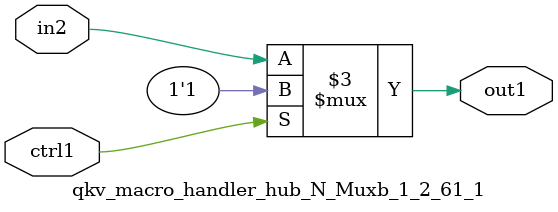
<source format=v>

`timescale 1ps / 1ps


module qkv_macro_handler_hub_N_Muxb_1_2_61_1( in2, ctrl1, out1 );

    input in2;
    input ctrl1;
    output out1;
    reg out1;

    
    // rtl_process:qkv_macro_handler_hub_N_Muxb_1_2_61_1/qkv_macro_handler_hub_N_Muxb_1_2_61_1_thread_1
    always @*
      begin : qkv_macro_handler_hub_N_Muxb_1_2_61_1_thread_1
        case (ctrl1) 
          1'b1: 
            begin
              out1 = 1'b1;
            end
          default: 
            begin
              out1 = in2;
            end
        endcase
      end

endmodule



</source>
